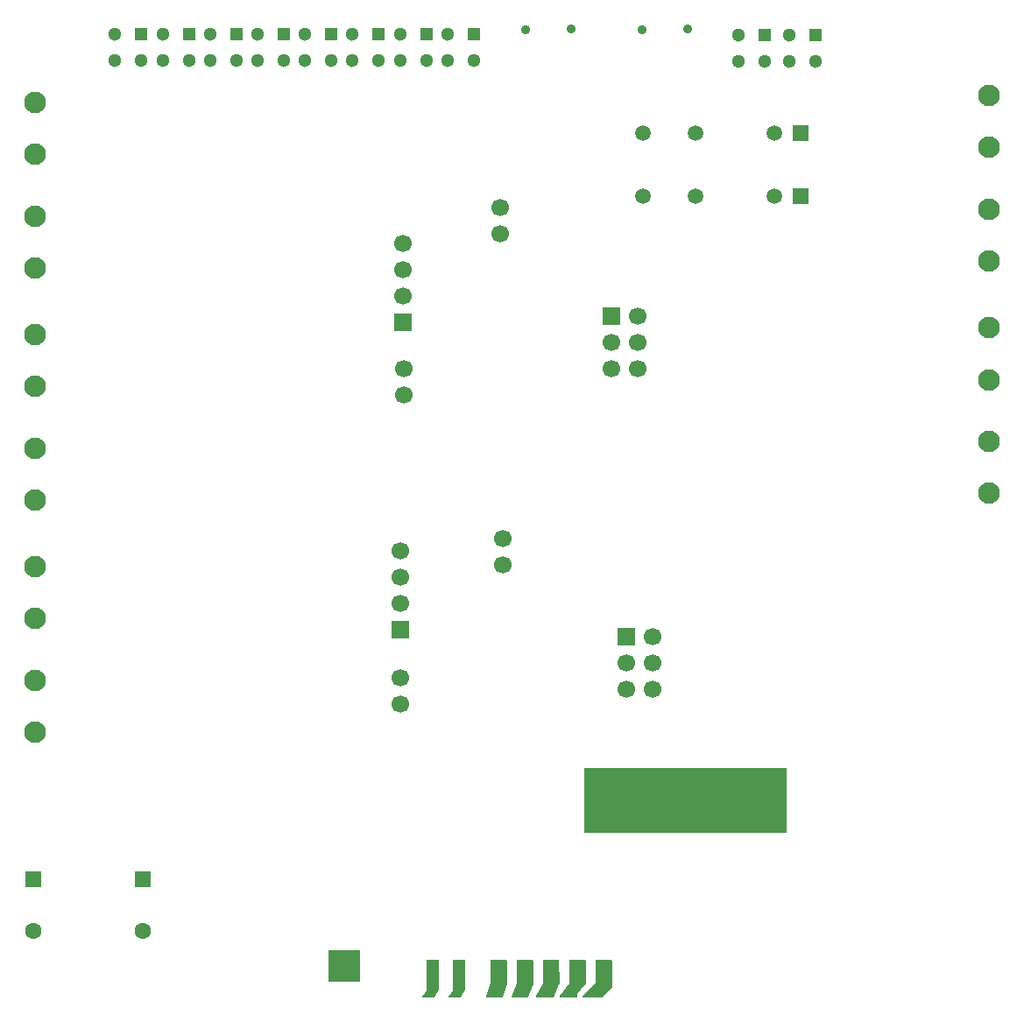
<source format=gbs>
G04*
G04 #@! TF.GenerationSoftware,Altium Limited,Altium Designer,20.0.11 (256)*
G04*
G04 Layer_Color=16711935*
%FSLAX44Y44*%
%MOMM*%
G71*
G01*
G75*
%ADD27R,1.7000X1.7000*%
%ADD52R,1.3000X1.3000*%
%ADD60R,1.1000X1.1000*%
%ADD61R,0.8000X0.8000*%
%ADD62C,2.1000*%
%ADD63C,1.7000*%
%ADD64R,1.6000X1.6000*%
%ADD65C,1.6000*%
%ADD66R,1.5000X1.5000*%
%ADD67C,1.5000*%
%ADD68C,0.9000*%
%ADD69C,1.3000*%
%ADD70R,3.1000X3.1000*%
G36*
X985429Y1070997D02*
X985557Y1070971D01*
X985681Y1070929D01*
X985799Y1070871D01*
X985908Y1070798D01*
X986006Y1070712D01*
X986093Y1070613D01*
X986166Y1070504D01*
X986224Y1070387D01*
X986266Y1070263D01*
X986291Y1070134D01*
X986300Y1070003D01*
X986300Y1042953D01*
X986297Y1042904D01*
X986295Y1042853D01*
X986292Y1042838D01*
X986291Y1042823D01*
X986282Y1042774D01*
X986273Y1042724D01*
X986269Y1042709D01*
X986266Y1042694D01*
X986250Y1042646D01*
X986235Y1042599D01*
X986229Y1042585D01*
X986224Y1042570D01*
X986202Y1042525D01*
X986181Y1042479D01*
X982181Y1035029D01*
X982173Y1035016D01*
X982166Y1035002D01*
X982138Y1034961D01*
X982111Y1034918D01*
X982102Y1034906D01*
X982093Y1034893D01*
X982060Y1034856D01*
X982028Y1034817D01*
X982017Y1034806D01*
X982007Y1034795D01*
X981969Y1034762D01*
X981932Y1034727D01*
X981919Y1034718D01*
X981908Y1034708D01*
X981866Y1034680D01*
X981825Y1034651D01*
X981812Y1034644D01*
X981799Y1034635D01*
X981754Y1034613D01*
X981710Y1034590D01*
X981695Y1034584D01*
X981681Y1034577D01*
X981633Y1034561D01*
X981587Y1034544D01*
X981572Y1034540D01*
X981557Y1034535D01*
X981508Y1034526D01*
X981459Y1034514D01*
X981444Y1034513D01*
X981429Y1034510D01*
X981379Y1034507D01*
X981329Y1034502D01*
X981313Y1034502D01*
X981298Y1034501D01*
X971298D01*
X971246Y1034505D01*
X971193Y1034507D01*
X971180Y1034509D01*
X971167Y1034510D01*
X971116Y1034520D01*
X971064Y1034529D01*
X971051Y1034533D01*
X971039Y1034535D01*
X970989Y1034552D01*
X970938Y1034568D01*
X970927Y1034573D01*
X970914Y1034577D01*
X970867Y1034601D01*
X970819Y1034623D01*
X970808Y1034630D01*
X970797Y1034635D01*
X970753Y1034665D01*
X970708Y1034693D01*
X970698Y1034701D01*
X970688Y1034708D01*
X970648Y1034743D01*
X970608Y1034777D01*
X970599Y1034786D01*
X970589Y1034795D01*
X970555Y1034834D01*
X970519Y1034873D01*
X970511Y1034884D01*
X970503Y1034893D01*
X970474Y1034937D01*
X970443Y1034980D01*
X970437Y1034992D01*
X970430Y1035002D01*
X970407Y1035049D01*
X970382Y1035096D01*
X970378Y1035108D01*
X970372Y1035120D01*
X970355Y1035170D01*
X970337Y1035219D01*
X970334Y1035232D01*
X970330Y1035244D01*
X970320Y1035295D01*
X970308Y1035347D01*
X970307Y1035360D01*
X970304Y1035372D01*
X970301Y1035425D01*
X970296Y1035478D01*
X970297Y1035490D01*
X970296Y1035503D01*
X970299Y1035556D01*
X970301Y1035609D01*
X970303Y1035621D01*
X970304Y1035634D01*
X970314Y1035685D01*
X970324Y1035738D01*
X970327Y1035750D01*
X970330Y1035763D01*
X970347Y1035812D01*
X970362Y1035863D01*
X970368Y1035875D01*
X970372Y1035887D01*
X970395Y1035934D01*
X970417Y1035982D01*
X970424Y1035993D01*
X970430Y1036004D01*
X970459Y1036048D01*
X970487Y1036093D01*
X974296Y1041329D01*
X974296Y1070003D01*
X974304Y1070134D01*
X974330Y1070263D01*
X974372Y1070387D01*
X974430Y1070504D01*
X974503Y1070613D01*
X974589Y1070712D01*
X974688Y1070798D01*
X974797Y1070871D01*
X974914Y1070929D01*
X975039Y1070971D01*
X975167Y1070997D01*
X975298Y1071005D01*
X985298D01*
X985429Y1070997D01*
D02*
G37*
G36*
X1010829D02*
X1010957Y1070971D01*
X1011081Y1070929D01*
X1011199Y1070871D01*
X1011308Y1070798D01*
X1011406Y1070712D01*
X1011493Y1070613D01*
X1011566Y1070504D01*
X1011624Y1070387D01*
X1011666Y1070263D01*
X1011691Y1070134D01*
X1011700Y1070003D01*
X1011700Y1042953D01*
X1011697Y1042904D01*
X1011695Y1042853D01*
X1011692Y1042838D01*
X1011691Y1042823D01*
X1011682Y1042774D01*
X1011673Y1042724D01*
X1011669Y1042709D01*
X1011666Y1042694D01*
X1011650Y1042646D01*
X1011635Y1042599D01*
X1011629Y1042585D01*
X1011624Y1042570D01*
X1011602Y1042525D01*
X1011581Y1042479D01*
X1007581Y1035029D01*
X1007573Y1035016D01*
X1007566Y1035002D01*
X1007538Y1034961D01*
X1007511Y1034918D01*
X1007502Y1034906D01*
X1007493Y1034893D01*
X1007460Y1034856D01*
X1007428Y1034817D01*
X1007417Y1034806D01*
X1007406Y1034795D01*
X1007369Y1034762D01*
X1007332Y1034727D01*
X1007319Y1034718D01*
X1007308Y1034708D01*
X1007266Y1034680D01*
X1007225Y1034651D01*
X1007212Y1034644D01*
X1007199Y1034635D01*
X1007154Y1034613D01*
X1007110Y1034590D01*
X1007095Y1034584D01*
X1007081Y1034577D01*
X1007033Y1034561D01*
X1006987Y1034544D01*
X1006972Y1034540D01*
X1006957Y1034535D01*
X1006908Y1034526D01*
X1006859Y1034514D01*
X1006844Y1034513D01*
X1006829Y1034510D01*
X1006779Y1034507D01*
X1006729Y1034502D01*
X1006713Y1034502D01*
X1006698Y1034501D01*
X996698D01*
X996646Y1034505D01*
X996593Y1034507D01*
X996580Y1034509D01*
X996567Y1034510D01*
X996516Y1034520D01*
X996463Y1034529D01*
X996451Y1034533D01*
X996439Y1034535D01*
X996389Y1034552D01*
X996338Y1034568D01*
X996327Y1034573D01*
X996314Y1034577D01*
X996267Y1034601D01*
X996219Y1034623D01*
X996208Y1034630D01*
X996197Y1034635D01*
X996153Y1034665D01*
X996108Y1034693D01*
X996098Y1034701D01*
X996088Y1034708D01*
X996048Y1034743D01*
X996008Y1034777D01*
X995999Y1034786D01*
X995989Y1034795D01*
X995955Y1034834D01*
X995919Y1034873D01*
X995911Y1034884D01*
X995903Y1034893D01*
X995874Y1034937D01*
X995843Y1034980D01*
X995837Y1034992D01*
X995830Y1035002D01*
X995807Y1035049D01*
X995782Y1035096D01*
X995778Y1035108D01*
X995772Y1035120D01*
X995755Y1035170D01*
X995737Y1035219D01*
X995734Y1035232D01*
X995730Y1035244D01*
X995720Y1035295D01*
X995708Y1035347D01*
X995707Y1035360D01*
X995704Y1035372D01*
X995701Y1035425D01*
X995696Y1035478D01*
X995697Y1035490D01*
X995696Y1035503D01*
X995699Y1035556D01*
X995701Y1035609D01*
X995704Y1035621D01*
X995704Y1035634D01*
X995714Y1035685D01*
X995724Y1035738D01*
X995727Y1035750D01*
X995730Y1035763D01*
X995747Y1035812D01*
X995762Y1035863D01*
X995768Y1035875D01*
X995772Y1035887D01*
X995795Y1035934D01*
X995817Y1035982D01*
X995824Y1035993D01*
X995830Y1036004D01*
X995859Y1036048D01*
X995887Y1036093D01*
X999696Y1041329D01*
X999696Y1070003D01*
X999704Y1070134D01*
X999730Y1070263D01*
X999772Y1070387D01*
X999830Y1070504D01*
X999903Y1070613D01*
X999989Y1070712D01*
X1000088Y1070798D01*
X1000197Y1070871D01*
X1000314Y1070929D01*
X1000439Y1070971D01*
X1000567Y1070997D01*
X1000698Y1071005D01*
X1010698D01*
X1010829Y1070997D01*
D02*
G37*
G36*
X1050815Y1071001D02*
X1050876Y1070997D01*
X1050877Y1070997D01*
X1050879Y1070997D01*
X1050946Y1070984D01*
X1051005Y1070972D01*
X1051006Y1070972D01*
X1051007Y1070971D01*
X1051071Y1070950D01*
X1051129Y1070930D01*
X1051130Y1070930D01*
X1051131Y1070929D01*
X1051195Y1070898D01*
X1051247Y1070872D01*
X1051248Y1070872D01*
X1051249Y1070871D01*
X1051307Y1070832D01*
X1051356Y1070800D01*
X1051357Y1070799D01*
X1051358Y1070798D01*
X1051407Y1070755D01*
X1051455Y1070714D01*
X1051456Y1070713D01*
X1051457Y1070712D01*
X1051500Y1070663D01*
X1051542Y1070615D01*
X1051542Y1070614D01*
X1051543Y1070613D01*
X1051581Y1070556D01*
X1051615Y1070506D01*
X1051615Y1070505D01*
X1051616Y1070504D01*
X1051645Y1070445D01*
X1051673Y1070389D01*
X1051673Y1070388D01*
X1051674Y1070387D01*
X1051694Y1070327D01*
X1051715Y1070265D01*
X1051715Y1070264D01*
X1051716Y1070263D01*
X1051729Y1070200D01*
X1051741Y1070136D01*
X1051741Y1070135D01*
X1051741Y1070134D01*
X1051746Y1070069D01*
X1051750Y1070006D01*
X1051800Y1047956D01*
X1051798Y1047926D01*
X1051798Y1047897D01*
X1051794Y1047861D01*
X1051792Y1047825D01*
X1051786Y1047796D01*
X1051783Y1047767D01*
X1051774Y1047732D01*
X1051767Y1047696D01*
X1051757Y1047668D01*
X1051750Y1047640D01*
X1047650Y1035190D01*
X1047636Y1035155D01*
X1047624Y1035120D01*
X1047611Y1035094D01*
X1047601Y1035068D01*
X1047582Y1035036D01*
X1047566Y1035002D01*
X1047550Y1034979D01*
X1047536Y1034954D01*
X1047514Y1034924D01*
X1047493Y1034893D01*
X1047474Y1034872D01*
X1047457Y1034849D01*
X1047431Y1034823D01*
X1047406Y1034795D01*
X1047385Y1034776D01*
X1047365Y1034756D01*
X1047336Y1034733D01*
X1047308Y1034708D01*
X1047285Y1034693D01*
X1047262Y1034675D01*
X1047230Y1034656D01*
X1047199Y1034635D01*
X1047174Y1034623D01*
X1047149Y1034609D01*
X1047115Y1034594D01*
X1047081Y1034577D01*
X1047055Y1034568D01*
X1047029Y1034557D01*
X1046993Y1034547D01*
X1046957Y1034535D01*
X1046930Y1034530D01*
X1046902Y1034522D01*
X1046865Y1034517D01*
X1046829Y1034510D01*
X1046801Y1034508D01*
X1046773Y1034504D01*
X1046735Y1034504D01*
X1046698Y1034501D01*
X1032998D01*
X1032980Y1034502D01*
X1032963Y1034502D01*
X1032916Y1034507D01*
X1032867Y1034510D01*
X1032850Y1034513D01*
X1032833Y1034515D01*
X1032786Y1034526D01*
X1032738Y1034535D01*
X1032722Y1034541D01*
X1032705Y1034545D01*
X1032661Y1034562D01*
X1032614Y1034577D01*
X1032599Y1034585D01*
X1032583Y1034591D01*
X1032541Y1034614D01*
X1032497Y1034635D01*
X1032483Y1034645D01*
X1032467Y1034653D01*
X1032428Y1034681D01*
X1032388Y1034708D01*
X1032375Y1034720D01*
X1032361Y1034730D01*
X1032326Y1034763D01*
X1032289Y1034795D01*
X1032278Y1034808D01*
X1032265Y1034819D01*
X1032235Y1034857D01*
X1032203Y1034893D01*
X1032193Y1034908D01*
X1032182Y1034921D01*
X1032157Y1034962D01*
X1032130Y1035002D01*
X1032122Y1035018D01*
X1032113Y1035033D01*
X1032094Y1035076D01*
X1032072Y1035120D01*
X1032066Y1035136D01*
X1032059Y1035152D01*
X1032046Y1035198D01*
X1032030Y1035244D01*
X1032027Y1035261D01*
X1032022Y1035277D01*
X1032014Y1035325D01*
X1032004Y1035372D01*
X1032003Y1035390D01*
X1032000Y1035407D01*
X1031999Y1035455D01*
X1031996Y1035503D01*
X1031997Y1035520D01*
X1031996Y1035538D01*
X1032001Y1035586D01*
X1032004Y1035634D01*
X1032008Y1035651D01*
X1032010Y1035668D01*
X1032020Y1035715D01*
X1032030Y1035763D01*
X1032036Y1035779D01*
X1032039Y1035796D01*
X1035796Y1048102D01*
X1035746Y1070001D01*
X1035746Y1070002D01*
X1035746Y1070003D01*
X1035750Y1070065D01*
X1035754Y1070132D01*
X1035754Y1070133D01*
X1035754Y1070134D01*
X1035767Y1070196D01*
X1035779Y1070260D01*
X1035780Y1070262D01*
X1035780Y1070263D01*
X1035801Y1070326D01*
X1035821Y1070385D01*
X1035822Y1070386D01*
X1035822Y1070387D01*
X1035851Y1070445D01*
X1035879Y1070502D01*
X1035880Y1070503D01*
X1035880Y1070504D01*
X1035917Y1070559D01*
X1035952Y1070612D01*
X1035952Y1070612D01*
X1035953Y1070613D01*
X1035996Y1070663D01*
X1036038Y1070710D01*
X1036039Y1070711D01*
X1036039Y1070712D01*
X1036088Y1070755D01*
X1036136Y1070797D01*
X1036137Y1070798D01*
X1036138Y1070798D01*
X1036195Y1070836D01*
X1036245Y1070870D01*
X1036246Y1070871D01*
X1036247Y1070871D01*
X1036304Y1070899D01*
X1036362Y1070928D01*
X1036364Y1070929D01*
X1036364Y1070929D01*
X1036422Y1070949D01*
X1036486Y1070971D01*
X1036488Y1070971D01*
X1036488Y1070971D01*
X1036552Y1070984D01*
X1036615Y1070997D01*
X1036616Y1070997D01*
X1036617Y1070997D01*
X1036682Y1071001D01*
X1036746Y1071005D01*
X1036747Y1071005D01*
X1036748Y1071005D01*
X1050748D01*
X1050815Y1071001D01*
D02*
G37*
G36*
X1076314Y1071001D02*
X1076379Y1070997D01*
X1076380Y1070997D01*
X1076381Y1070997D01*
X1076444Y1070984D01*
X1076507Y1070971D01*
X1076508Y1070971D01*
X1076509Y1070971D01*
X1076569Y1070951D01*
X1076631Y1070929D01*
X1076633Y1070929D01*
X1076634Y1070928D01*
X1076687Y1070902D01*
X1076749Y1070871D01*
X1076750Y1070871D01*
X1076751Y1070870D01*
X1076801Y1070836D01*
X1076858Y1070798D01*
X1076859Y1070798D01*
X1076860Y1070797D01*
X1076907Y1070755D01*
X1076956Y1070712D01*
X1076957Y1070711D01*
X1076958Y1070710D01*
X1077000Y1070663D01*
X1077043Y1070613D01*
X1077044Y1070612D01*
X1077044Y1070612D01*
X1077079Y1070559D01*
X1077116Y1070504D01*
X1077116Y1070503D01*
X1077117Y1070502D01*
X1077145Y1070445D01*
X1077174Y1070387D01*
X1077174Y1070386D01*
X1077175Y1070385D01*
X1077194Y1070326D01*
X1077216Y1070263D01*
X1077216Y1070262D01*
X1077216Y1070260D01*
X1077229Y1070196D01*
X1077241Y1070134D01*
X1077242Y1070133D01*
X1077242Y1070132D01*
X1077246Y1070065D01*
X1077250Y1070003D01*
X1077250Y1070002D01*
X1077250Y1070001D01*
X1077200Y1047951D01*
X1077197Y1047899D01*
X1077194Y1047847D01*
X1077192Y1047834D01*
X1077191Y1047820D01*
X1077181Y1047769D01*
X1077172Y1047718D01*
X1077168Y1047705D01*
X1077165Y1047692D01*
X1077148Y1047642D01*
X1077133Y1047593D01*
X1072333Y1035143D01*
X1072328Y1035132D01*
X1072324Y1035120D01*
X1072300Y1035072D01*
X1072278Y1035024D01*
X1072271Y1035013D01*
X1072266Y1035002D01*
X1072237Y1034958D01*
X1072208Y1034913D01*
X1072200Y1034903D01*
X1072193Y1034893D01*
X1072158Y1034854D01*
X1072124Y1034812D01*
X1072115Y1034804D01*
X1072106Y1034795D01*
X1072067Y1034760D01*
X1072027Y1034724D01*
X1072017Y1034716D01*
X1072008Y1034708D01*
X1071964Y1034679D01*
X1071920Y1034648D01*
X1071909Y1034642D01*
X1071899Y1034635D01*
X1071851Y1034612D01*
X1071804Y1034587D01*
X1071793Y1034583D01*
X1071781Y1034577D01*
X1071731Y1034560D01*
X1071681Y1034542D01*
X1071669Y1034539D01*
X1071657Y1034535D01*
X1071605Y1034525D01*
X1071553Y1034513D01*
X1071541Y1034512D01*
X1071529Y1034510D01*
X1071476Y1034506D01*
X1071423Y1034501D01*
X1071410Y1034502D01*
X1071398Y1034501D01*
X1057198D01*
X1057139Y1034505D01*
X1057078Y1034508D01*
X1057072Y1034509D01*
X1057067Y1034510D01*
X1057008Y1034522D01*
X1056949Y1034533D01*
X1056944Y1034534D01*
X1056939Y1034535D01*
X1056881Y1034555D01*
X1056824Y1034573D01*
X1056820Y1034576D01*
X1056814Y1034577D01*
X1056760Y1034604D01*
X1056706Y1034630D01*
X1056702Y1034633D01*
X1056697Y1034635D01*
X1056647Y1034669D01*
X1056597Y1034702D01*
X1056592Y1034705D01*
X1056588Y1034708D01*
X1056543Y1034748D01*
X1056497Y1034787D01*
X1056493Y1034791D01*
X1056489Y1034795D01*
X1056450Y1034840D01*
X1056410Y1034885D01*
X1056406Y1034889D01*
X1056403Y1034893D01*
X1056369Y1034944D01*
X1056336Y1034993D01*
X1056333Y1034998D01*
X1056330Y1035002D01*
X1056303Y1035057D01*
X1056276Y1035110D01*
X1056274Y1035115D01*
X1056272Y1035120D01*
X1056253Y1035178D01*
X1056233Y1035234D01*
X1056232Y1035239D01*
X1056230Y1035244D01*
X1056218Y1035303D01*
X1056206Y1035362D01*
X1056206Y1035367D01*
X1056204Y1035372D01*
X1056200Y1035432D01*
X1056196Y1035492D01*
X1056196Y1035498D01*
X1056196Y1035503D01*
X1056200Y1035562D01*
X1056203Y1035623D01*
X1056204Y1035629D01*
X1056204Y1035634D01*
X1056216Y1035694D01*
X1056227Y1035752D01*
X1056229Y1035757D01*
X1056230Y1035763D01*
X1056249Y1035820D01*
X1056268Y1035877D01*
X1061198Y1048154D01*
X1061496Y1070017D01*
X1061500Y1070075D01*
X1061504Y1070134D01*
X1061506Y1070141D01*
X1061506Y1070148D01*
X1061518Y1070205D01*
X1061530Y1070263D01*
X1061532Y1070269D01*
X1061534Y1070276D01*
X1061553Y1070331D01*
X1061572Y1070387D01*
X1061575Y1070393D01*
X1061577Y1070399D01*
X1061604Y1070452D01*
X1061630Y1070504D01*
X1061634Y1070510D01*
X1061637Y1070516D01*
X1061670Y1070565D01*
X1061703Y1070613D01*
X1061707Y1070619D01*
X1061711Y1070624D01*
X1061751Y1070668D01*
X1061789Y1070712D01*
X1061794Y1070716D01*
X1061799Y1070722D01*
X1061844Y1070760D01*
X1061888Y1070798D01*
X1061893Y1070802D01*
X1061899Y1070807D01*
X1061948Y1070838D01*
X1061997Y1070871D01*
X1062003Y1070874D01*
X1062009Y1070878D01*
X1062061Y1070903D01*
X1062114Y1070929D01*
X1062121Y1070931D01*
X1062127Y1070934D01*
X1062183Y1070952D01*
X1062238Y1070971D01*
X1062245Y1070973D01*
X1062252Y1070975D01*
X1062309Y1070985D01*
X1062367Y1070997D01*
X1062374Y1070997D01*
X1062381Y1070999D01*
X1062438Y1071002D01*
X1062498Y1071005D01*
X1076248D01*
X1076249Y1071005D01*
X1076250Y1071005D01*
X1076314Y1071001D01*
D02*
G37*
G36*
X1322000Y1194100D02*
X1127000D01*
Y1256600D01*
X1322000D01*
Y1194100D01*
D02*
G37*
G36*
X1152568Y1071001D02*
X1152629Y1070997D01*
X1152630Y1070996D01*
X1152633Y1070996D01*
X1152697Y1070983D01*
X1152757Y1070971D01*
X1152759Y1070971D01*
X1152761Y1070970D01*
X1152822Y1070949D01*
X1152881Y1070929D01*
X1152883Y1070928D01*
X1152885Y1070928D01*
X1152943Y1070899D01*
X1152999Y1070871D01*
X1153000Y1070870D01*
X1153002Y1070869D01*
X1153055Y1070834D01*
X1153108Y1070798D01*
X1153109Y1070797D01*
X1153111Y1070796D01*
X1153159Y1070753D01*
X1153206Y1070712D01*
X1153208Y1070711D01*
X1153209Y1070709D01*
X1153253Y1070659D01*
X1153293Y1070613D01*
X1153294Y1070612D01*
X1153295Y1070610D01*
X1153332Y1070554D01*
X1153366Y1070504D01*
X1153367Y1070503D01*
X1153368Y1070501D01*
X1153397Y1070441D01*
X1153424Y1070387D01*
X1153424Y1070385D01*
X1153425Y1070383D01*
X1153446Y1070321D01*
X1153466Y1070263D01*
X1153466Y1070261D01*
X1153467Y1070259D01*
X1153479Y1070195D01*
X1153491Y1070134D01*
X1153492Y1070132D01*
X1153492Y1070130D01*
X1153496Y1070065D01*
X1153500Y1070003D01*
X1153500Y1070001D01*
X1153500Y1069999D01*
X1153400Y1044449D01*
X1153397Y1044405D01*
X1153396Y1044360D01*
X1153392Y1044339D01*
X1153391Y1044319D01*
X1153382Y1044275D01*
X1153375Y1044231D01*
X1153369Y1044211D01*
X1153365Y1044190D01*
X1153350Y1044148D01*
X1153338Y1044105D01*
X1153329Y1044086D01*
X1153322Y1044066D01*
X1153302Y1044026D01*
X1153284Y1043985D01*
X1153273Y1043968D01*
X1153264Y1043949D01*
X1153239Y1043912D01*
X1153215Y1043874D01*
X1153202Y1043858D01*
X1153191Y1043840D01*
X1153161Y1043807D01*
X1153133Y1043772D01*
X1144833Y1034822D01*
X1144819Y1034809D01*
X1144807Y1034795D01*
X1144771Y1034764D01*
X1144737Y1034732D01*
X1144722Y1034721D01*
X1144708Y1034708D01*
X1144669Y1034682D01*
X1144631Y1034655D01*
X1144615Y1034646D01*
X1144599Y1034635D01*
X1144557Y1034615D01*
X1144516Y1034593D01*
X1144499Y1034586D01*
X1144482Y1034577D01*
X1144437Y1034562D01*
X1144394Y1034546D01*
X1144375Y1034541D01*
X1144357Y1034535D01*
X1144312Y1034526D01*
X1144266Y1034515D01*
X1144247Y1034513D01*
X1144229Y1034510D01*
X1144182Y1034507D01*
X1144136Y1034502D01*
X1144117Y1034502D01*
X1144098Y1034501D01*
X1125898D01*
X1125897Y1034501D01*
X1125896Y1034501D01*
X1125829Y1034506D01*
X1125767Y1034510D01*
X1125766Y1034510D01*
X1125765Y1034510D01*
X1125702Y1034523D01*
X1125639Y1034535D01*
X1125638Y1034536D01*
X1125637Y1034536D01*
X1125579Y1034556D01*
X1125515Y1034577D01*
X1125514Y1034578D01*
X1125513Y1034578D01*
X1125456Y1034606D01*
X1125397Y1034635D01*
X1125396Y1034636D01*
X1125395Y1034637D01*
X1125343Y1034672D01*
X1125288Y1034708D01*
X1125287Y1034709D01*
X1125286Y1034709D01*
X1125239Y1034751D01*
X1125189Y1034795D01*
X1125189Y1034796D01*
X1125188Y1034796D01*
X1125146Y1034844D01*
X1125103Y1034893D01*
X1125102Y1034894D01*
X1125102Y1034895D01*
X1125064Y1034952D01*
X1125030Y1035002D01*
X1125030Y1035003D01*
X1125029Y1035004D01*
X1124998Y1035068D01*
X1124972Y1035120D01*
X1124972Y1035121D01*
X1124971Y1035122D01*
X1124951Y1035182D01*
X1124930Y1035244D01*
X1124930Y1035245D01*
X1124930Y1035246D01*
X1124917Y1035312D01*
X1124904Y1035372D01*
X1124904Y1035373D01*
X1124904Y1035375D01*
X1124900Y1035444D01*
X1124896Y1035503D01*
X1124896Y1035504D01*
X1124896Y1035505D01*
X1124900Y1035573D01*
X1124904Y1035634D01*
X1124905Y1035635D01*
X1124905Y1035636D01*
X1124917Y1035699D01*
X1124930Y1035763D01*
X1124930Y1035764D01*
X1124930Y1035765D01*
X1124950Y1035823D01*
X1124972Y1035887D01*
X1124973Y1035888D01*
X1124973Y1035889D01*
X1125001Y1035945D01*
X1125030Y1036004D01*
X1125031Y1036005D01*
X1125031Y1036006D01*
X1125066Y1036059D01*
X1125103Y1036113D01*
X1125104Y1036114D01*
X1125104Y1036115D01*
X1125146Y1036162D01*
X1125189Y1036212D01*
X1125190Y1036213D01*
X1125191Y1036213D01*
X1137398Y1048372D01*
X1137496Y1070008D01*
X1137500Y1070071D01*
X1137504Y1070134D01*
X1137505Y1070136D01*
X1137505Y1070139D01*
X1137517Y1070199D01*
X1137530Y1070263D01*
X1137531Y1070265D01*
X1137531Y1070267D01*
X1137551Y1070326D01*
X1137572Y1070387D01*
X1137573Y1070389D01*
X1137574Y1070391D01*
X1137602Y1070447D01*
X1137630Y1070504D01*
X1137631Y1070506D01*
X1137632Y1070508D01*
X1137668Y1070562D01*
X1137703Y1070613D01*
X1137704Y1070615D01*
X1137706Y1070617D01*
X1137748Y1070665D01*
X1137789Y1070712D01*
X1137791Y1070714D01*
X1137793Y1070715D01*
X1137839Y1070755D01*
X1137888Y1070798D01*
X1137890Y1070800D01*
X1137891Y1070801D01*
X1137943Y1070835D01*
X1137997Y1070871D01*
X1137999Y1070872D01*
X1138001Y1070873D01*
X1138058Y1070901D01*
X1138114Y1070929D01*
X1138117Y1070930D01*
X1138119Y1070931D01*
X1138179Y1070951D01*
X1138239Y1070971D01*
X1138241Y1070972D01*
X1138243Y1070973D01*
X1138306Y1070985D01*
X1138367Y1070997D01*
X1138369Y1070997D01*
X1138372Y1070997D01*
X1138436Y1071001D01*
X1138498Y1071005D01*
X1152498D01*
X1152500Y1071005D01*
X1152502Y1071005D01*
X1152568Y1071001D01*
D02*
G37*
G36*
X1101560Y1071001D02*
X1101624Y1070997D01*
X1101626Y1070997D01*
X1101629Y1070997D01*
X1101691Y1070985D01*
X1101753Y1070973D01*
X1101755Y1070972D01*
X1101757Y1070971D01*
X1101818Y1070951D01*
X1101877Y1070931D01*
X1101879Y1070930D01*
X1101881Y1070929D01*
X1101939Y1070901D01*
X1101995Y1070873D01*
X1101997Y1070872D01*
X1101999Y1070871D01*
X1102050Y1070837D01*
X1102104Y1070801D01*
X1102106Y1070800D01*
X1102108Y1070798D01*
X1102155Y1070757D01*
X1102203Y1070715D01*
X1102205Y1070714D01*
X1102206Y1070712D01*
X1102248Y1070665D01*
X1102290Y1070617D01*
X1102291Y1070615D01*
X1102293Y1070613D01*
X1102327Y1070562D01*
X1102364Y1070508D01*
X1102365Y1070506D01*
X1102366Y1070504D01*
X1102394Y1070447D01*
X1102422Y1070391D01*
X1102423Y1070389D01*
X1102424Y1070387D01*
X1102444Y1070326D01*
X1102465Y1070267D01*
X1102465Y1070265D01*
X1102466Y1070263D01*
X1102478Y1070200D01*
X1102491Y1070139D01*
X1102491Y1070136D01*
X1102491Y1070134D01*
X1102495Y1070072D01*
X1102500Y1070008D01*
X1102600Y1047958D01*
X1102599Y1047937D01*
X1102599Y1047917D01*
X1102595Y1047871D01*
X1102592Y1047827D01*
X1102588Y1047807D01*
X1102586Y1047786D01*
X1102576Y1047742D01*
X1102567Y1047698D01*
X1102561Y1047679D01*
X1102556Y1047659D01*
X1102540Y1047617D01*
X1102525Y1047574D01*
X1102516Y1047555D01*
X1102509Y1047536D01*
X1096809Y1035086D01*
X1096787Y1035045D01*
X1096766Y1035002D01*
X1096756Y1034987D01*
X1096747Y1034971D01*
X1096719Y1034932D01*
X1096693Y1034893D01*
X1096681Y1034880D01*
X1096670Y1034865D01*
X1096638Y1034830D01*
X1096607Y1034795D01*
X1096593Y1034783D01*
X1096580Y1034769D01*
X1096544Y1034739D01*
X1096508Y1034708D01*
X1096493Y1034698D01*
X1096479Y1034687D01*
X1096438Y1034662D01*
X1096399Y1034635D01*
X1096383Y1034627D01*
X1096367Y1034618D01*
X1096324Y1034598D01*
X1096281Y1034577D01*
X1096264Y1034572D01*
X1096247Y1034564D01*
X1096202Y1034551D01*
X1096157Y1034535D01*
X1096139Y1034532D01*
X1096122Y1034527D01*
X1096075Y1034519D01*
X1096029Y1034510D01*
X1096011Y1034509D01*
X1095992Y1034506D01*
X1095945Y1034504D01*
X1095898Y1034501D01*
X1080898D01*
X1080847Y1034504D01*
X1080797Y1034506D01*
X1080782Y1034509D01*
X1080767Y1034510D01*
X1080718Y1034520D01*
X1080668Y1034528D01*
X1080653Y1034532D01*
X1080639Y1034535D01*
X1080590Y1034552D01*
X1080542Y1034566D01*
X1080529Y1034573D01*
X1080515Y1034577D01*
X1080469Y1034600D01*
X1080423Y1034621D01*
X1080410Y1034629D01*
X1080397Y1034635D01*
X1080355Y1034664D01*
X1080312Y1034690D01*
X1080300Y1034700D01*
X1080288Y1034708D01*
X1080250Y1034742D01*
X1080211Y1034774D01*
X1080201Y1034785D01*
X1080189Y1034795D01*
X1080156Y1034833D01*
X1080122Y1034870D01*
X1080113Y1034882D01*
X1080103Y1034893D01*
X1080075Y1034936D01*
X1080045Y1034977D01*
X1080039Y1034990D01*
X1080030Y1035002D01*
X1080008Y1035048D01*
X1079984Y1035092D01*
X1079979Y1035106D01*
X1079972Y1035120D01*
X1079956Y1035168D01*
X1079938Y1035215D01*
X1079935Y1035230D01*
X1079930Y1035244D01*
X1079920Y1035294D01*
X1079909Y1035343D01*
X1079907Y1035358D01*
X1079904Y1035372D01*
X1079901Y1035423D01*
X1079896Y1035473D01*
X1079897Y1035488D01*
X1079896Y1035503D01*
X1079899Y1035554D01*
X1079901Y1035604D01*
X1079903Y1035619D01*
X1079904Y1035634D01*
X1079914Y1035684D01*
X1079923Y1035734D01*
X1079927Y1035748D01*
X1079930Y1035763D01*
X1079946Y1035811D01*
X1079961Y1035859D01*
X1079967Y1035872D01*
X1079972Y1035887D01*
X1079995Y1035932D01*
X1080015Y1035978D01*
X1086595Y1048204D01*
X1086496Y1069999D01*
X1086496Y1070001D01*
X1086496Y1070003D01*
X1086500Y1070065D01*
X1086504Y1070130D01*
X1086504Y1070132D01*
X1086504Y1070134D01*
X1086517Y1070196D01*
X1086529Y1070258D01*
X1086529Y1070260D01*
X1086530Y1070263D01*
X1086550Y1070323D01*
X1086570Y1070383D01*
X1086571Y1070385D01*
X1086572Y1070387D01*
X1086600Y1070444D01*
X1086628Y1070500D01*
X1086629Y1070502D01*
X1086630Y1070504D01*
X1086665Y1070556D01*
X1086700Y1070610D01*
X1086702Y1070612D01*
X1086703Y1070613D01*
X1086744Y1070661D01*
X1086786Y1070709D01*
X1086788Y1070710D01*
X1086789Y1070712D01*
X1086837Y1070753D01*
X1086884Y1070796D01*
X1086886Y1070797D01*
X1086888Y1070798D01*
X1086940Y1070833D01*
X1086993Y1070869D01*
X1086995Y1070870D01*
X1086997Y1070871D01*
X1087054Y1070900D01*
X1087110Y1070927D01*
X1087112Y1070928D01*
X1087114Y1070929D01*
X1087175Y1070950D01*
X1087234Y1070970D01*
X1087236Y1070971D01*
X1087238Y1070971D01*
X1087302Y1070984D01*
X1087363Y1070996D01*
X1087365Y1070996D01*
X1087367Y1070997D01*
X1087430Y1071001D01*
X1087493Y1071005D01*
X1087496Y1071005D01*
X1087498Y1071005D01*
X1101498D01*
X1101560Y1071001D01*
D02*
G37*
G36*
X1127129Y1070997D02*
X1127257Y1070971D01*
X1127381Y1070929D01*
X1127499Y1070871D01*
X1127608Y1070798D01*
X1127707Y1070712D01*
X1127793Y1070613D01*
X1127866Y1070504D01*
X1127924Y1070387D01*
X1127966Y1070263D01*
X1127991Y1070134D01*
X1128000Y1070003D01*
X1128000Y1047953D01*
X1127999Y1047931D01*
X1127999Y1047909D01*
X1127994Y1047866D01*
X1127991Y1047822D01*
X1127987Y1047801D01*
X1127985Y1047779D01*
X1127974Y1047737D01*
X1127966Y1047694D01*
X1127959Y1047673D01*
X1127954Y1047652D01*
X1127938Y1047611D01*
X1127924Y1047570D01*
X1127914Y1047550D01*
X1127906Y1047530D01*
X1127885Y1047491D01*
X1127866Y1047452D01*
X1127854Y1047434D01*
X1127843Y1047415D01*
X1127817Y1047380D01*
X1127793Y1047343D01*
X1127778Y1047327D01*
X1127766Y1047309D01*
X1119900Y1037939D01*
Y1035503D01*
X1119892Y1035372D01*
X1119866Y1035244D01*
X1119824Y1035120D01*
X1119766Y1035002D01*
X1119693Y1034893D01*
X1119607Y1034795D01*
X1119508Y1034708D01*
X1119399Y1034635D01*
X1119281Y1034577D01*
X1119157Y1034535D01*
X1119029Y1034510D01*
X1118898Y1034501D01*
X1103898D01*
X1103844Y1034505D01*
X1103790Y1034507D01*
X1103779Y1034509D01*
X1103767Y1034510D01*
X1103714Y1034520D01*
X1103661Y1034530D01*
X1103650Y1034533D01*
X1103639Y1034535D01*
X1103587Y1034553D01*
X1103536Y1034569D01*
X1103525Y1034574D01*
X1103514Y1034577D01*
X1103466Y1034602D01*
X1103417Y1034624D01*
X1103408Y1034630D01*
X1103397Y1034635D01*
X1103352Y1034666D01*
X1103307Y1034694D01*
X1103298Y1034702D01*
X1103288Y1034708D01*
X1103247Y1034744D01*
X1103206Y1034778D01*
X1103198Y1034787D01*
X1103189Y1034795D01*
X1103154Y1034835D01*
X1103117Y1034875D01*
X1103111Y1034884D01*
X1103103Y1034893D01*
X1103073Y1034938D01*
X1103042Y1034982D01*
X1103036Y1034993D01*
X1103030Y1035002D01*
X1103006Y1035050D01*
X1102981Y1035098D01*
X1102977Y1035109D01*
X1102972Y1035120D01*
X1102955Y1035171D01*
X1102936Y1035221D01*
X1102934Y1035233D01*
X1102930Y1035244D01*
X1102919Y1035297D01*
X1102908Y1035349D01*
X1102907Y1035361D01*
X1102904Y1035372D01*
X1102901Y1035426D01*
X1102896Y1035480D01*
X1102897Y1035492D01*
X1102896Y1035503D01*
X1102899Y1035557D01*
X1102902Y1035611D01*
X1102904Y1035623D01*
X1102904Y1035634D01*
X1102915Y1035687D01*
X1102924Y1035740D01*
X1102928Y1035751D01*
X1102930Y1035763D01*
X1102947Y1035814D01*
X1102963Y1035865D01*
X1102968Y1035876D01*
X1102972Y1035887D01*
X1102996Y1035935D01*
X1103019Y1035984D01*
X1103025Y1035994D01*
X1103030Y1036004D01*
X1103060Y1036049D01*
X1103089Y1036095D01*
X1111996Y1048280D01*
X1111996Y1070003D01*
X1112004Y1070134D01*
X1112030Y1070263D01*
X1112072Y1070387D01*
X1112130Y1070504D01*
X1112203Y1070613D01*
X1112289Y1070712D01*
X1112388Y1070798D01*
X1112497Y1070871D01*
X1112614Y1070929D01*
X1112738Y1070971D01*
X1112867Y1070997D01*
X1112998Y1071005D01*
X1126998D01*
X1127129Y1070997D01*
D02*
G37*
D27*
X1153100Y1693150D02*
D03*
X949250Y1390000D02*
D03*
X951750Y1687500D02*
D03*
X1167250Y1383500D02*
D03*
D52*
X1349754Y1965255D02*
D03*
X1301000Y1965000D02*
D03*
X698250Y1966255D02*
D03*
X744500D02*
D03*
X790500D02*
D03*
X836250D02*
D03*
X882000D02*
D03*
X928000D02*
D03*
X974000D02*
D03*
X1020009D02*
D03*
D60*
X1145998Y1055003D02*
D03*
X1119998D02*
D03*
X1094998D02*
D03*
X1068998D02*
D03*
X1043998D02*
D03*
D61*
X1005698Y1054004D02*
D03*
X980998D02*
D03*
D62*
X1517755Y1571998D02*
D03*
Y1681998D02*
D03*
Y1631998D02*
D03*
Y1521998D02*
D03*
X595995Y1341250D02*
D03*
Y1451250D02*
D03*
Y1401250D02*
D03*
Y1291250D02*
D03*
X595996Y1565500D02*
D03*
Y1675500D02*
D03*
Y1625500D02*
D03*
Y1515500D02*
D03*
Y1790164D02*
D03*
Y1900164D02*
D03*
Y1850164D02*
D03*
Y1740164D02*
D03*
X1517877Y1796481D02*
D03*
Y1906480D02*
D03*
Y1856480D02*
D03*
Y1746480D02*
D03*
D63*
X949000Y1318500D02*
D03*
Y1343900D02*
D03*
X952250Y1617250D02*
D03*
Y1642650D02*
D03*
X1047500Y1452750D02*
D03*
Y1478150D02*
D03*
X1178500Y1642350D02*
D03*
Y1667750D02*
D03*
Y1693150D02*
D03*
X1153100Y1642350D02*
D03*
Y1667750D02*
D03*
X949250Y1466200D02*
D03*
Y1440800D02*
D03*
Y1415400D02*
D03*
X951750Y1712900D02*
D03*
Y1738300D02*
D03*
Y1763700D02*
D03*
X1045000Y1773100D02*
D03*
Y1798500D02*
D03*
X1167250Y1358100D02*
D03*
Y1332700D02*
D03*
X1192650Y1383500D02*
D03*
Y1358100D02*
D03*
Y1332700D02*
D03*
D64*
X699750Y1148750D02*
D03*
X594000Y1149000D02*
D03*
D65*
X699750Y1098750D02*
D03*
X594000Y1099000D02*
D03*
D66*
X1336000Y1870750D02*
D03*
Y1809750D02*
D03*
D67*
X1310600Y1870750D02*
D03*
X1234400D02*
D03*
X1183600D02*
D03*
X1310600Y1809750D02*
D03*
X1234400D02*
D03*
X1183600D02*
D03*
D68*
X1226373Y1970877D02*
D03*
X1182123Y1970627D02*
D03*
X1113994Y1970877D02*
D03*
X1069744Y1970627D02*
D03*
D69*
X1324353Y1939855D02*
D03*
X1349754D02*
D03*
X1324353Y1965255D02*
D03*
X1275600Y1939600D02*
D03*
X1301000D02*
D03*
X1275600Y1965000D02*
D03*
X672850Y1940855D02*
D03*
X698250D02*
D03*
X672850Y1966255D02*
D03*
X719100D02*
D03*
X744500Y1940855D02*
D03*
X719100D02*
D03*
X765100Y1966255D02*
D03*
X790500Y1940855D02*
D03*
X765100D02*
D03*
X810850Y1966255D02*
D03*
X836250Y1940855D02*
D03*
X810850D02*
D03*
X856600D02*
D03*
X882000D02*
D03*
X856600Y1966255D02*
D03*
X902600Y1940855D02*
D03*
X928000D02*
D03*
X902600Y1966255D02*
D03*
X948600Y1940855D02*
D03*
X974000D02*
D03*
X948600Y1966255D02*
D03*
X994609Y1940855D02*
D03*
X1020009D02*
D03*
X994609Y1966255D02*
D03*
D70*
X894998Y1065003D02*
D03*
M02*

</source>
